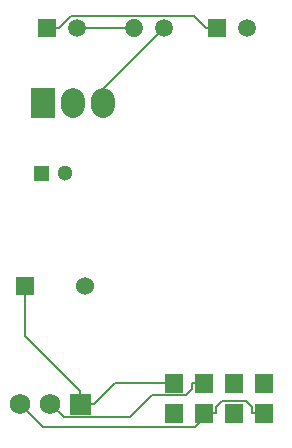
<source format=gbl>
G04 Layer: BottomLayer*
G04 EasyEDA v6.1.51, Thu, 20 Jun 2019 09:31:38 GMT*
G04 df1c83a976b947f6b6385059747db8e2,42ef34e960d344ed9089ed07ec49d284,10*
G04 Gerber Generator version 0.2*
G04 Scale: 100 percent, Rotated: No, Reflected: No *
G04 Dimensions in millimeters *
G04 leading zeros omitted , absolute positions ,3 integer and 3 decimal *
%FSLAX33Y33*%
%MOMM*%
G90*
G71D02*

%ADD11C,0.159995*%
%ADD12R,1.999996X2.499995*%
%ADD14C,1.499997*%
%ADD16C,1.524000*%
%ADD18C,1.299997*%
%ADD20C,1.498600*%
%ADD21R,1.498600X1.498600*%
%ADD22C,1.750060*%
%ADD24C,1.999996*%

%LPD*%
G54D11*
G01X4445Y15748D02*
G01X4445Y14744D01*
G01X9144Y5715D02*
G01X9144Y6832D01*
G01X9144Y6832D02*
G01X4445Y11531D01*
G01X4445Y14744D01*
G01X4445Y14744D01*
G01X9702Y5715D02*
G01X9144Y5715D01*
G01X9702Y5715D02*
G01X10261Y5715D01*
G01X6350Y37592D02*
G01X7340Y37592D01*
G01X20726Y37592D02*
G01X19735Y37592D01*
G01X19735Y37592D02*
G01X18742Y38582D01*
G01X8333Y38582D01*
G01X7340Y37592D01*
G01X10261Y5715D02*
G01X12039Y7493D01*
G01X17073Y7493D01*
G01X16256Y37592D02*
G01X11049Y32385D01*
G01X11049Y31242D01*
G01X19974Y4953D02*
G01X18831Y3807D01*
G01X5971Y3807D01*
G01X4064Y5715D01*
G01X20126Y4953D02*
G01X20642Y4953D01*
G01X19613Y4953D02*
G01X19974Y4953D01*
G01X20126Y4953D02*
G01X19974Y4953D01*
G01X24693Y4953D02*
G01X23667Y4953D01*
G01X23667Y4953D02*
G01X23667Y5466D01*
G01X23152Y5979D01*
G01X21155Y5979D01*
G01X20642Y5466D01*
G01X20642Y4953D01*
G01X19613Y7493D02*
G01X18587Y7493D01*
G01X6604Y5715D02*
G01X7721Y4597D01*
G01X13340Y4597D01*
G01X15209Y6464D01*
G01X18072Y6464D01*
G01X18587Y6979D01*
G01X18587Y7493D01*
G01X13716Y37592D02*
G01X8890Y37592D01*
G54D12*
G01X5969Y31242D03*
G36*
G01X17858Y8278D02*
G01X17858Y6707D01*
G01X16288Y6707D01*
G01X16288Y8278D01*
G01X17858Y8278D01*
G37*
G36*
G01X17858Y5738D02*
G01X17858Y4167D01*
G01X16288Y4167D01*
G01X16288Y5738D01*
G01X17858Y5738D01*
G37*
G36*
G01X20398Y8278D02*
G01X20398Y6707D01*
G01X18828Y6707D01*
G01X18828Y8278D01*
G01X20398Y8278D01*
G37*
G36*
G01X20398Y5738D02*
G01X20398Y4167D01*
G01X18828Y4167D01*
G01X18828Y5738D01*
G01X20398Y5738D01*
G37*
G36*
G01X22938Y8278D02*
G01X22938Y6707D01*
G01X21368Y6707D01*
G01X21368Y8278D01*
G01X22938Y8278D01*
G37*
G36*
G01X22938Y5738D02*
G01X22938Y4167D01*
G01X21368Y4167D01*
G01X21368Y5738D01*
G01X22938Y5738D01*
G37*
G36*
G01X25478Y8278D02*
G01X25478Y6707D01*
G01X23908Y6707D01*
G01X23908Y8278D01*
G01X25478Y8278D01*
G37*
G36*
G01X25478Y5738D02*
G01X25478Y4167D01*
G01X23908Y4167D01*
G01X23908Y5738D01*
G01X25478Y5738D01*
G37*
G54D14*
G01X23225Y37592D03*
G36*
G01X21476Y36842D02*
G01X19976Y36842D01*
G01X19976Y38342D01*
G01X21476Y38342D01*
G01X21476Y36842D01*
G37*
G54D16*
G01X9525Y15748D03*
G36*
G01X5207Y14986D02*
G01X3683Y14986D01*
G01X3683Y16510D01*
G01X5207Y16510D01*
G01X5207Y14986D01*
G37*
G54D18*
G01X7857Y25273D03*
G36*
G01X6508Y24622D02*
G01X5208Y24622D01*
G01X5208Y25923D01*
G01X6508Y25923D01*
G01X6508Y24622D01*
G37*
G54D20*
G01X8890Y37592D03*
G54D21*
G01X6350Y37592D03*
G54D20*
G01X16256Y37592D03*
G54D22*
G01X6604Y5715D03*
G36*
G01X10019Y4839D02*
G01X8268Y4839D01*
G01X8268Y6590D01*
G01X10019Y6590D01*
G01X10019Y4839D01*
G37*
G01X4064Y5715D03*
G54D24*
G01X11049Y31491D02*
G01X11049Y30991D01*
G01X8509Y31491D02*
G01X8509Y30991D01*
G54D20*
G01X13716Y37592D02*
G01X13716Y37592D01*
M00*
M02*

</source>
